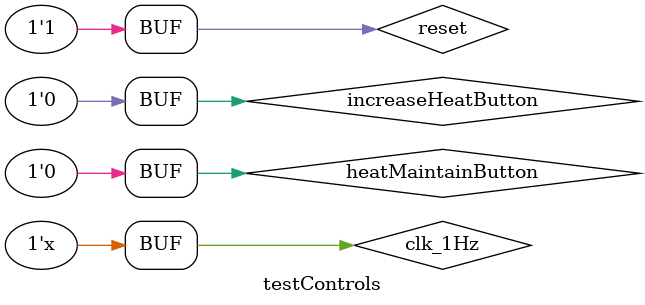
<source format=v>
`timescale 1ns / 1ps


module testControls;

reg clk_1Hz =0;
reg increaseHeatButton = 0;
reg heatMaintainButton = 0;
reg reset = 0;
wire [6:0] settedTemperature;;
wire displayRequired;
wire start;

initial begin 
    #1000000000 reset = 0;
    #1000000000 increaseHeatButton = 0;
    #1000000000 increaseHeatButton = 0;
    #1 increaseHeatButton = 1;
    #500000000 increaseHeatButton = 0;
    #1 heatMaintainButton = 1;
    #500000000 heatMaintainButton = 0;
    
    #1000000000 increaseHeatButton = 0;
    #1000000000 increaseHeatButton = 0;
    #1000000000 increaseHeatButton = 0;
    #1000000000 increaseHeatButton = 0;
    #1 reset = 1;
end

always
     #500000000 clk_1Hz = ~clk_1Hz;

Controls controls(clk_1Hz, increaseHeatButton, heatMaintainButton, reset, displayRequired, settedTemperature, start);
/*
        input clk_1Hz,
        input increaseHeatButton,
        input heatMaintainButton,
        input reset,
        output displayRequired,
        output [6:0] settedTemperature,
        output start
*/

endmodule

</source>
